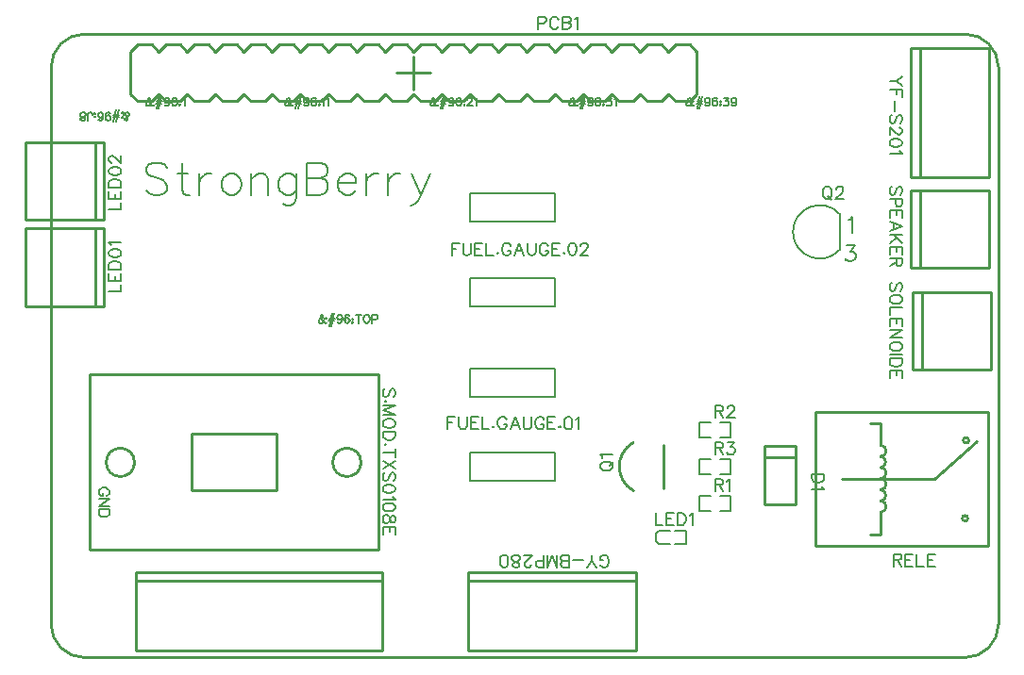
<source format=gto>
G04 Layer: TopSilkLayer*
G04 EasyEDA v6.4.25, 2021-11-05T10:47:30--3:00*
G04 159a448e8e33406d94cad16c6973356b,c2117e28123c44379a42240d4d7dbbcc,10*
G04 Gerber Generator version 0.2*
G04 Scale: 100 percent, Rotated: No, Reflected: No *
G04 Dimensions in millimeters *
G04 leading zeros omitted , absolute positions ,4 integer and 5 decimal *
%FSLAX45Y45*%
%MOMM*%

%ADD10C,0.2540*%
%ADD28C,0.2032*%
%ADD29C,0.2030*%
%ADD30C,0.1499*%
%ADD31C,0.1524*%
%ADD32C,0.2007*%

%LPD*%
D28*
X2883408Y3741673D02*
G01*
X2855975Y3768852D01*
X2815081Y3782568D01*
X2760472Y3782568D01*
X2719577Y3768852D01*
X2692400Y3741673D01*
X2692400Y3714242D01*
X2706115Y3687063D01*
X2719577Y3673347D01*
X2747009Y3659886D01*
X2828797Y3632454D01*
X2855975Y3618992D01*
X2869691Y3605276D01*
X2883408Y3578097D01*
X2883408Y3536950D01*
X2855975Y3509771D01*
X2815081Y3496055D01*
X2760472Y3496055D01*
X2719577Y3509771D01*
X2692400Y3536950D01*
X3014218Y3782568D02*
G01*
X3014218Y3550665D01*
X3027934Y3509771D01*
X3055111Y3496055D01*
X3082290Y3496055D01*
X2973324Y3687063D02*
G01*
X3068827Y3687063D01*
X3172459Y3687063D02*
G01*
X3172459Y3496055D01*
X3172459Y3605276D02*
G01*
X3185922Y3646170D01*
X3213354Y3673347D01*
X3240531Y3687063D01*
X3281425Y3687063D01*
X3439668Y3687063D02*
G01*
X3412490Y3673347D01*
X3385058Y3646170D01*
X3371595Y3605276D01*
X3371595Y3578097D01*
X3385058Y3536950D01*
X3412490Y3509771D01*
X3439668Y3496055D01*
X3480561Y3496055D01*
X3507740Y3509771D01*
X3535172Y3536950D01*
X3548888Y3578097D01*
X3548888Y3605276D01*
X3535172Y3646170D01*
X3507740Y3673347D01*
X3480561Y3687063D01*
X3439668Y3687063D01*
X3638804Y3687063D02*
G01*
X3638804Y3496055D01*
X3638804Y3632454D02*
G01*
X3679697Y3673347D01*
X3706875Y3687063D01*
X3747770Y3687063D01*
X3775202Y3673347D01*
X3788663Y3632454D01*
X3788663Y3496055D01*
X4042409Y3687063D02*
G01*
X4042409Y3468878D01*
X4028693Y3427984D01*
X4015231Y3414268D01*
X3987800Y3400805D01*
X3946906Y3400805D01*
X3919727Y3414268D01*
X4042409Y3646170D02*
G01*
X4015231Y3673347D01*
X3987800Y3687063D01*
X3946906Y3687063D01*
X3919727Y3673347D01*
X3892295Y3646170D01*
X3878834Y3605276D01*
X3878834Y3578097D01*
X3892295Y3536950D01*
X3919727Y3509771D01*
X3946906Y3496055D01*
X3987800Y3496055D01*
X4015231Y3509771D01*
X4042409Y3536950D01*
X4132325Y3782568D02*
G01*
X4132325Y3496055D01*
X4132325Y3782568D02*
G01*
X4255008Y3782568D01*
X4296156Y3768852D01*
X4309618Y3755136D01*
X4323334Y3727957D01*
X4323334Y3700779D01*
X4309618Y3673347D01*
X4296156Y3659886D01*
X4255008Y3646170D01*
X4132325Y3646170D02*
G01*
X4255008Y3646170D01*
X4296156Y3632454D01*
X4309618Y3618992D01*
X4323334Y3591560D01*
X4323334Y3550665D01*
X4309618Y3523487D01*
X4296156Y3509771D01*
X4255008Y3496055D01*
X4132325Y3496055D01*
X4413250Y3605276D02*
G01*
X4576825Y3605276D01*
X4576825Y3632454D01*
X4563363Y3659886D01*
X4549647Y3673347D01*
X4522470Y3687063D01*
X4481575Y3687063D01*
X4454143Y3673347D01*
X4426965Y3646170D01*
X4413250Y3605276D01*
X4413250Y3578097D01*
X4426965Y3536950D01*
X4454143Y3509771D01*
X4481575Y3496055D01*
X4522470Y3496055D01*
X4549647Y3509771D01*
X4576825Y3536950D01*
X4666995Y3687063D02*
G01*
X4666995Y3496055D01*
X4666995Y3605276D02*
G01*
X4680458Y3646170D01*
X4707890Y3673347D01*
X4735068Y3687063D01*
X4775961Y3687063D01*
X4866131Y3687063D02*
G01*
X4866131Y3496055D01*
X4866131Y3605276D02*
G01*
X4879593Y3646170D01*
X4907025Y3673347D01*
X4934204Y3687063D01*
X4975097Y3687063D01*
X5078729Y3687063D02*
G01*
X5160518Y3496055D01*
X5242306Y3687063D02*
G01*
X5160518Y3496055D01*
X5133340Y3441700D01*
X5106161Y3414268D01*
X5078729Y3400805D01*
X5065013Y3400805D01*
D31*
X8776715Y984250D02*
G01*
X8667750Y984250D01*
X8776715Y984250D02*
G01*
X8776715Y947928D01*
X8771636Y932179D01*
X8761222Y922020D01*
X8750808Y916686D01*
X8735059Y911605D01*
X8709152Y911605D01*
X8693658Y916686D01*
X8683243Y922020D01*
X8672829Y932179D01*
X8667750Y947928D01*
X8667750Y984250D01*
X8755888Y877315D02*
G01*
X8761222Y866902D01*
X8776715Y851154D01*
X8667750Y851154D01*
X5397500Y1499615D02*
G01*
X5397500Y1390650D01*
X5397500Y1499615D02*
G01*
X5465063Y1499615D01*
X5397500Y1447800D02*
G01*
X5439156Y1447800D01*
X5499354Y1499615D02*
G01*
X5499354Y1421637D01*
X5504434Y1406144D01*
X5514847Y1395729D01*
X5530595Y1390650D01*
X5541009Y1390650D01*
X5556504Y1395729D01*
X5566918Y1406144D01*
X5571997Y1421637D01*
X5571997Y1499615D01*
X5606288Y1499615D02*
G01*
X5606288Y1390650D01*
X5606288Y1499615D02*
G01*
X5673852Y1499615D01*
X5606288Y1447800D02*
G01*
X5647943Y1447800D01*
X5606288Y1390650D02*
G01*
X5673852Y1390650D01*
X5708141Y1499615D02*
G01*
X5708141Y1390650D01*
X5708141Y1390650D02*
G01*
X5770625Y1390650D01*
X5809995Y1416557D02*
G01*
X5804915Y1411223D01*
X5809995Y1406144D01*
X5815329Y1411223D01*
X5809995Y1416557D01*
X5927343Y1473707D02*
G01*
X5922263Y1484121D01*
X5911850Y1494536D01*
X5901436Y1499615D01*
X5880608Y1499615D01*
X5870193Y1494536D01*
X5859779Y1484121D01*
X5854700Y1473707D01*
X5849620Y1457960D01*
X5849620Y1432052D01*
X5854700Y1416557D01*
X5859779Y1406144D01*
X5870193Y1395729D01*
X5880608Y1390650D01*
X5901436Y1390650D01*
X5911850Y1395729D01*
X5922263Y1406144D01*
X5927343Y1416557D01*
X5927343Y1432052D01*
X5901436Y1432052D02*
G01*
X5927343Y1432052D01*
X6003290Y1499615D02*
G01*
X5961634Y1390650D01*
X6003290Y1499615D02*
G01*
X6044945Y1390650D01*
X5977381Y1426971D02*
G01*
X6029197Y1426971D01*
X6079236Y1499615D02*
G01*
X6079236Y1421637D01*
X6084315Y1406144D01*
X6094729Y1395729D01*
X6110224Y1390650D01*
X6120638Y1390650D01*
X6136386Y1395729D01*
X6146800Y1406144D01*
X6151879Y1421637D01*
X6151879Y1499615D01*
X6264147Y1473707D02*
G01*
X6258813Y1484121D01*
X6248400Y1494536D01*
X6238240Y1499615D01*
X6217411Y1499615D01*
X6206997Y1494536D01*
X6196584Y1484121D01*
X6191250Y1473707D01*
X6186170Y1457960D01*
X6186170Y1432052D01*
X6191250Y1416557D01*
X6196584Y1406144D01*
X6206997Y1395729D01*
X6217411Y1390650D01*
X6238240Y1390650D01*
X6248400Y1395729D01*
X6258813Y1406144D01*
X6264147Y1416557D01*
X6264147Y1432052D01*
X6238240Y1432052D02*
G01*
X6264147Y1432052D01*
X6298438Y1499615D02*
G01*
X6298438Y1390650D01*
X6298438Y1499615D02*
G01*
X6366002Y1499615D01*
X6298438Y1447800D02*
G01*
X6339840Y1447800D01*
X6298438Y1390650D02*
G01*
X6366002Y1390650D01*
X6405372Y1416557D02*
G01*
X6400291Y1411223D01*
X6405372Y1406144D01*
X6410706Y1411223D01*
X6405372Y1416557D01*
X6475984Y1499615D02*
G01*
X6460490Y1494536D01*
X6450075Y1478787D01*
X6444995Y1452879D01*
X6444995Y1437386D01*
X6450075Y1411223D01*
X6460490Y1395729D01*
X6475984Y1390650D01*
X6486397Y1390650D01*
X6502145Y1395729D01*
X6512559Y1411223D01*
X6517640Y1437386D01*
X6517640Y1452879D01*
X6512559Y1478787D01*
X6502145Y1494536D01*
X6486397Y1499615D01*
X6475984Y1499615D01*
X6551929Y1478787D02*
G01*
X6562343Y1484121D01*
X6577838Y1499615D01*
X6577838Y1390650D01*
X5435600Y3061715D02*
G01*
X5435600Y2952750D01*
X5435600Y3061715D02*
G01*
X5503163Y3061715D01*
X5435600Y3009900D02*
G01*
X5477256Y3009900D01*
X5537454Y3061715D02*
G01*
X5537454Y2983737D01*
X5542534Y2968244D01*
X5552947Y2957829D01*
X5568695Y2952750D01*
X5579109Y2952750D01*
X5594604Y2957829D01*
X5605018Y2968244D01*
X5610097Y2983737D01*
X5610097Y3061715D01*
X5644388Y3061715D02*
G01*
X5644388Y2952750D01*
X5644388Y3061715D02*
G01*
X5711952Y3061715D01*
X5644388Y3009900D02*
G01*
X5686043Y3009900D01*
X5644388Y2952750D02*
G01*
X5711952Y2952750D01*
X5746241Y3061715D02*
G01*
X5746241Y2952750D01*
X5746241Y2952750D02*
G01*
X5808725Y2952750D01*
X5848095Y2978657D02*
G01*
X5843015Y2973323D01*
X5848095Y2968244D01*
X5853429Y2973323D01*
X5848095Y2978657D01*
X5965443Y3035807D02*
G01*
X5960363Y3046221D01*
X5949950Y3056636D01*
X5939536Y3061715D01*
X5918708Y3061715D01*
X5908293Y3056636D01*
X5897879Y3046221D01*
X5892800Y3035807D01*
X5887720Y3020060D01*
X5887720Y2994152D01*
X5892800Y2978657D01*
X5897879Y2968244D01*
X5908293Y2957829D01*
X5918708Y2952750D01*
X5939536Y2952750D01*
X5949950Y2957829D01*
X5960363Y2968244D01*
X5965443Y2978657D01*
X5965443Y2994152D01*
X5939536Y2994152D02*
G01*
X5965443Y2994152D01*
X6041390Y3061715D02*
G01*
X5999734Y2952750D01*
X6041390Y3061715D02*
G01*
X6083045Y2952750D01*
X6015481Y2989071D02*
G01*
X6067297Y2989071D01*
X6117336Y3061715D02*
G01*
X6117336Y2983737D01*
X6122415Y2968244D01*
X6132829Y2957829D01*
X6148324Y2952750D01*
X6158738Y2952750D01*
X6174486Y2957829D01*
X6184900Y2968244D01*
X6189979Y2983737D01*
X6189979Y3061715D01*
X6302247Y3035807D02*
G01*
X6296913Y3046221D01*
X6286500Y3056636D01*
X6276340Y3061715D01*
X6255511Y3061715D01*
X6245097Y3056636D01*
X6234684Y3046221D01*
X6229350Y3035807D01*
X6224270Y3020060D01*
X6224270Y2994152D01*
X6229350Y2978657D01*
X6234684Y2968244D01*
X6245097Y2957829D01*
X6255511Y2952750D01*
X6276340Y2952750D01*
X6286500Y2957829D01*
X6296913Y2968244D01*
X6302247Y2978657D01*
X6302247Y2994152D01*
X6276340Y2994152D02*
G01*
X6302247Y2994152D01*
X6336538Y3061715D02*
G01*
X6336538Y2952750D01*
X6336538Y3061715D02*
G01*
X6404102Y3061715D01*
X6336538Y3009900D02*
G01*
X6377940Y3009900D01*
X6336538Y2952750D02*
G01*
X6404102Y2952750D01*
X6443472Y2978657D02*
G01*
X6438391Y2973323D01*
X6443472Y2968244D01*
X6448806Y2973323D01*
X6443472Y2978657D01*
X6514084Y3061715D02*
G01*
X6498590Y3056636D01*
X6488175Y3040887D01*
X6483095Y3014979D01*
X6483095Y2999486D01*
X6488175Y2973323D01*
X6498590Y2957829D01*
X6514084Y2952750D01*
X6524497Y2952750D01*
X6540245Y2957829D01*
X6550659Y2973323D01*
X6555740Y2999486D01*
X6555740Y3014979D01*
X6550659Y3040887D01*
X6540245Y3056636D01*
X6524497Y3061715D01*
X6514084Y3061715D01*
X6595109Y3035807D02*
G01*
X6595109Y3040887D01*
X6600443Y3051302D01*
X6605524Y3056636D01*
X6615938Y3061715D01*
X6636765Y3061715D01*
X6647179Y3056636D01*
X6652259Y3051302D01*
X6657593Y3040887D01*
X6657593Y3030473D01*
X6652259Y3020060D01*
X6642100Y3004565D01*
X6590029Y2952750D01*
X6662674Y2952750D01*
X6767322Y177292D02*
G01*
X6772656Y166878D01*
X6783070Y156463D01*
X6793229Y151384D01*
X6814058Y151384D01*
X6824472Y156463D01*
X6834886Y166878D01*
X6840220Y177292D01*
X6845300Y193039D01*
X6845300Y218947D01*
X6840220Y234442D01*
X6834886Y244855D01*
X6824472Y255270D01*
X6814058Y260350D01*
X6793229Y260350D01*
X6783070Y255270D01*
X6772656Y244855D01*
X6767322Y234442D01*
X6767322Y218947D01*
X6793229Y218947D02*
G01*
X6767322Y218947D01*
X6733031Y151384D02*
G01*
X6691629Y203200D01*
X6691629Y260350D01*
X6649974Y151384D02*
G01*
X6691629Y203200D01*
X6615684Y213613D02*
G01*
X6522211Y213613D01*
X6487922Y151384D02*
G01*
X6487922Y260350D01*
X6487922Y151384D02*
G01*
X6441186Y151384D01*
X6425438Y156463D01*
X6420358Y161797D01*
X6415024Y172212D01*
X6415024Y182626D01*
X6420358Y193039D01*
X6425438Y198120D01*
X6441186Y203200D01*
X6487922Y203200D02*
G01*
X6441186Y203200D01*
X6425438Y208534D01*
X6420358Y213613D01*
X6415024Y224028D01*
X6415024Y239776D01*
X6420358Y250189D01*
X6425438Y255270D01*
X6441186Y260350D01*
X6487922Y260350D01*
X6380734Y151384D02*
G01*
X6380734Y260350D01*
X6380734Y151384D02*
G01*
X6339331Y260350D01*
X6297675Y151384D02*
G01*
X6339331Y260350D01*
X6297675Y151384D02*
G01*
X6297675Y260350D01*
X6263386Y151384D02*
G01*
X6263386Y260350D01*
X6263386Y151384D02*
G01*
X6216650Y151384D01*
X6201156Y156463D01*
X6195822Y161797D01*
X6190741Y172212D01*
X6190741Y187705D01*
X6195822Y198120D01*
X6201156Y203200D01*
X6216650Y208534D01*
X6263386Y208534D01*
X6151118Y177292D02*
G01*
X6151118Y172212D01*
X6146038Y161797D01*
X6140704Y156463D01*
X6130290Y151384D01*
X6109715Y151384D01*
X6099302Y156463D01*
X6093968Y161797D01*
X6088888Y172212D01*
X6088888Y182626D01*
X6093968Y193039D01*
X6104381Y208534D01*
X6156452Y260350D01*
X6083554Y260350D01*
X6023356Y151384D02*
G01*
X6038850Y156463D01*
X6044184Y166878D01*
X6044184Y177292D01*
X6038850Y187705D01*
X6028690Y193039D01*
X6007861Y198120D01*
X5992113Y203200D01*
X5981700Y213613D01*
X5976620Y224028D01*
X5976620Y239776D01*
X5981700Y250189D01*
X5987034Y255270D01*
X6002527Y260350D01*
X6023356Y260350D01*
X6038850Y255270D01*
X6044184Y250189D01*
X6049263Y239776D01*
X6049263Y224028D01*
X6044184Y213613D01*
X6033770Y203200D01*
X6018275Y198120D01*
X5997447Y193039D01*
X5987034Y187705D01*
X5981700Y177292D01*
X5981700Y166878D01*
X5987034Y156463D01*
X6002527Y151384D01*
X6023356Y151384D01*
X5911088Y151384D02*
G01*
X5926836Y156463D01*
X5937250Y172212D01*
X5942329Y198120D01*
X5942329Y213613D01*
X5937250Y239776D01*
X5926836Y255270D01*
X5911088Y260350D01*
X5900674Y260350D01*
X5885179Y255270D01*
X5874765Y239776D01*
X5869686Y213613D01*
X5869686Y198120D01*
X5874765Y172212D01*
X5885179Y156463D01*
X5900674Y151384D01*
X5911088Y151384D01*
X9475215Y4559300D02*
G01*
X9423400Y4517644D01*
X9366250Y4517644D01*
X9475215Y4476242D02*
G01*
X9423400Y4517644D01*
X9475215Y4441952D02*
G01*
X9366250Y4441952D01*
X9475215Y4441952D02*
G01*
X9475215Y4374387D01*
X9423400Y4441952D02*
G01*
X9423400Y4400295D01*
X9412986Y4340097D02*
G01*
X9412986Y4246626D01*
X9459722Y4139437D02*
G01*
X9470136Y4149852D01*
X9475215Y4165600D01*
X9475215Y4186173D01*
X9470136Y4201921D01*
X9459722Y4212336D01*
X9449308Y4212336D01*
X9438893Y4207002D01*
X9433559Y4201921D01*
X9428479Y4191507D01*
X9418065Y4160265D01*
X9412986Y4149852D01*
X9407652Y4144771D01*
X9397238Y4139437D01*
X9381743Y4139437D01*
X9371329Y4149852D01*
X9366250Y4165600D01*
X9366250Y4186173D01*
X9371329Y4201921D01*
X9381743Y4212336D01*
X9449308Y4100068D02*
G01*
X9454388Y4100068D01*
X9464802Y4094734D01*
X9470136Y4089654D01*
X9475215Y4079239D01*
X9475215Y4058412D01*
X9470136Y4047997D01*
X9464802Y4042918D01*
X9454388Y4037584D01*
X9443974Y4037584D01*
X9433559Y4042918D01*
X9418065Y4053331D01*
X9366250Y4105147D01*
X9366250Y4032504D01*
X9475215Y3966971D02*
G01*
X9470136Y3982720D01*
X9454388Y3992879D01*
X9428479Y3998213D01*
X9412986Y3998213D01*
X9386824Y3992879D01*
X9371329Y3982720D01*
X9366250Y3966971D01*
X9366250Y3956557D01*
X9371329Y3941063D01*
X9386824Y3930650D01*
X9412986Y3925570D01*
X9428479Y3925570D01*
X9454388Y3930650D01*
X9470136Y3941063D01*
X9475215Y3956557D01*
X9475215Y3966971D01*
X9454388Y3891279D02*
G01*
X9459722Y3880865D01*
X9475215Y3865118D01*
X9366250Y3865118D01*
X9459722Y3496055D02*
G01*
X9470136Y3506470D01*
X9475215Y3521963D01*
X9475215Y3542792D01*
X9470136Y3558286D01*
X9459722Y3568700D01*
X9449308Y3568700D01*
X9438893Y3563620D01*
X9433559Y3558286D01*
X9428479Y3547871D01*
X9418065Y3516629D01*
X9412986Y3506470D01*
X9407652Y3501136D01*
X9397238Y3496055D01*
X9381743Y3496055D01*
X9371329Y3506470D01*
X9366250Y3521963D01*
X9366250Y3542792D01*
X9371329Y3558286D01*
X9381743Y3568700D01*
X9475215Y3461765D02*
G01*
X9366250Y3461765D01*
X9475215Y3461765D02*
G01*
X9475215Y3415029D01*
X9470136Y3399281D01*
X9464802Y3394202D01*
X9454388Y3388868D01*
X9438893Y3388868D01*
X9428479Y3394202D01*
X9423400Y3399281D01*
X9418065Y3415029D01*
X9418065Y3461765D01*
X9475215Y3354578D02*
G01*
X9366250Y3354578D01*
X9475215Y3354578D02*
G01*
X9475215Y3287013D01*
X9423400Y3354578D02*
G01*
X9423400Y3313176D01*
X9366250Y3354578D02*
G01*
X9366250Y3287013D01*
X9475215Y3211321D02*
G01*
X9366250Y3252723D01*
X9475215Y3211321D02*
G01*
X9366250Y3169665D01*
X9402572Y3237229D02*
G01*
X9402572Y3185160D01*
X9475215Y3135376D02*
G01*
X9366250Y3135376D01*
X9475215Y3062731D02*
G01*
X9402572Y3135376D01*
X9428479Y3109468D02*
G01*
X9366250Y3062731D01*
X9475215Y3028442D02*
G01*
X9366250Y3028442D01*
X9475215Y3028442D02*
G01*
X9475215Y2960878D01*
X9423400Y3028442D02*
G01*
X9423400Y2986786D01*
X9366250Y3028442D02*
G01*
X9366250Y2960878D01*
X9475215Y2926587D02*
G01*
X9366250Y2926587D01*
X9475215Y2926587D02*
G01*
X9475215Y2879852D01*
X9470136Y2864104D01*
X9464802Y2859023D01*
X9454388Y2853689D01*
X9443974Y2853689D01*
X9433559Y2859023D01*
X9428479Y2864104D01*
X9423400Y2879852D01*
X9423400Y2926587D01*
X9423400Y2890265D02*
G01*
X9366250Y2853689D01*
X9459722Y2632455D02*
G01*
X9470136Y2642870D01*
X9475215Y2658363D01*
X9475215Y2679192D01*
X9470136Y2694686D01*
X9459722Y2705100D01*
X9449308Y2705100D01*
X9438893Y2700020D01*
X9433559Y2694686D01*
X9428479Y2684271D01*
X9418065Y2653029D01*
X9412986Y2642870D01*
X9407652Y2637536D01*
X9397238Y2632455D01*
X9381743Y2632455D01*
X9371329Y2642870D01*
X9366250Y2658363D01*
X9366250Y2679192D01*
X9371329Y2694686D01*
X9381743Y2705100D01*
X9475215Y2566923D02*
G01*
X9470136Y2577337D01*
X9459722Y2587752D01*
X9449308Y2592831D01*
X9433559Y2598165D01*
X9407652Y2598165D01*
X9392158Y2592831D01*
X9381743Y2587752D01*
X9371329Y2577337D01*
X9366250Y2566923D01*
X9366250Y2546095D01*
X9371329Y2535681D01*
X9381743Y2525268D01*
X9392158Y2520187D01*
X9407652Y2514854D01*
X9433559Y2514854D01*
X9449308Y2520187D01*
X9459722Y2525268D01*
X9470136Y2535681D01*
X9475215Y2546095D01*
X9475215Y2566923D01*
X9475215Y2480563D02*
G01*
X9366250Y2480563D01*
X9366250Y2480563D02*
G01*
X9366250Y2418334D01*
X9475215Y2384044D02*
G01*
X9366250Y2384044D01*
X9475215Y2384044D02*
G01*
X9475215Y2316479D01*
X9423400Y2384044D02*
G01*
X9423400Y2342387D01*
X9366250Y2384044D02*
G01*
X9366250Y2316479D01*
X9475215Y2282189D02*
G01*
X9366250Y2282189D01*
X9475215Y2282189D02*
G01*
X9366250Y2209545D01*
X9475215Y2209545D02*
G01*
X9366250Y2209545D01*
X9475215Y2144013D02*
G01*
X9470136Y2154428D01*
X9459722Y2164842D01*
X9449308Y2169921D01*
X9433559Y2175255D01*
X9407652Y2175255D01*
X9392158Y2169921D01*
X9381743Y2164842D01*
X9371329Y2154428D01*
X9366250Y2144013D01*
X9366250Y2123186D01*
X9371329Y2112771D01*
X9381743Y2102357D01*
X9392158Y2097278D01*
X9407652Y2091944D01*
X9433559Y2091944D01*
X9449308Y2097278D01*
X9459722Y2102357D01*
X9470136Y2112771D01*
X9475215Y2123186D01*
X9475215Y2144013D01*
X9475215Y2057654D02*
G01*
X9366250Y2057654D01*
X9475215Y2023363D02*
G01*
X9366250Y2023363D01*
X9475215Y2023363D02*
G01*
X9475215Y1987042D01*
X9470136Y1971547D01*
X9459722Y1961134D01*
X9449308Y1955800D01*
X9433559Y1950720D01*
X9407652Y1950720D01*
X9392158Y1955800D01*
X9381743Y1961134D01*
X9371329Y1971547D01*
X9366250Y1987042D01*
X9366250Y2023363D01*
X9475215Y1916429D02*
G01*
X9366250Y1916429D01*
X9475215Y1916429D02*
G01*
X9475215Y1848865D01*
X9423400Y1916429D02*
G01*
X9423400Y1874773D01*
X9366250Y1916429D02*
G01*
X9366250Y1848865D01*
X2361184Y3365500D02*
G01*
X2470150Y3365500D01*
X2470150Y3365500D02*
G01*
X2470150Y3427729D01*
X2361184Y3462020D02*
G01*
X2470150Y3462020D01*
X2361184Y3462020D02*
G01*
X2361184Y3529584D01*
X2413000Y3462020D02*
G01*
X2413000Y3503676D01*
X2470150Y3462020D02*
G01*
X2470150Y3529584D01*
X2361184Y3563873D02*
G01*
X2470150Y3563873D01*
X2361184Y3563873D02*
G01*
X2361184Y3600450D01*
X2366263Y3615944D01*
X2376677Y3626357D01*
X2387091Y3631437D01*
X2402840Y3636771D01*
X2428747Y3636771D01*
X2444241Y3631437D01*
X2454656Y3626357D01*
X2465070Y3615944D01*
X2470150Y3600450D01*
X2470150Y3563873D01*
X2361184Y3702050D02*
G01*
X2366263Y3686555D01*
X2382011Y3676142D01*
X2407920Y3671062D01*
X2423413Y3671062D01*
X2449575Y3676142D01*
X2465070Y3686555D01*
X2470150Y3702050D01*
X2470150Y3712463D01*
X2465070Y3728212D01*
X2449575Y3738626D01*
X2423413Y3743705D01*
X2407920Y3743705D01*
X2382011Y3738626D01*
X2366263Y3728212D01*
X2361184Y3712463D01*
X2361184Y3702050D01*
X2387091Y3783329D02*
G01*
X2382011Y3783329D01*
X2371597Y3788410D01*
X2366263Y3793489D01*
X2361184Y3803904D01*
X2361184Y3824731D01*
X2366263Y3835145D01*
X2371597Y3840479D01*
X2382011Y3845560D01*
X2392425Y3845560D01*
X2402840Y3840479D01*
X2418334Y3830065D01*
X2470150Y3777995D01*
X2470150Y3850639D01*
X2361184Y2628900D02*
G01*
X2470150Y2628900D01*
X2470150Y2628900D02*
G01*
X2470150Y2691129D01*
X2361184Y2725420D02*
G01*
X2470150Y2725420D01*
X2361184Y2725420D02*
G01*
X2361184Y2792984D01*
X2413000Y2725420D02*
G01*
X2413000Y2767076D01*
X2470150Y2725420D02*
G01*
X2470150Y2792984D01*
X2361184Y2827273D02*
G01*
X2470150Y2827273D01*
X2361184Y2827273D02*
G01*
X2361184Y2863850D01*
X2366263Y2879344D01*
X2376677Y2889757D01*
X2387091Y2894837D01*
X2402840Y2900171D01*
X2428747Y2900171D01*
X2444241Y2894837D01*
X2454656Y2889757D01*
X2465070Y2879344D01*
X2470150Y2863850D01*
X2470150Y2827273D01*
X2361184Y2965450D02*
G01*
X2366263Y2949955D01*
X2382011Y2939542D01*
X2407920Y2934462D01*
X2423413Y2934462D01*
X2449575Y2939542D01*
X2465070Y2949955D01*
X2470150Y2965450D01*
X2470150Y2975863D01*
X2465070Y2991612D01*
X2449575Y3002026D01*
X2423413Y3007105D01*
X2407920Y3007105D01*
X2382011Y3002026D01*
X2366263Y2991612D01*
X2361184Y2975863D01*
X2361184Y2965450D01*
X2382011Y3041395D02*
G01*
X2376677Y3051810D01*
X2361184Y3067304D01*
X2470150Y3067304D01*
X9398000Y267715D02*
G01*
X9398000Y158750D01*
X9398000Y267715D02*
G01*
X9444736Y267715D01*
X9460229Y262636D01*
X9465563Y257302D01*
X9470643Y246887D01*
X9470643Y236473D01*
X9465563Y226060D01*
X9460229Y220979D01*
X9444736Y215900D01*
X9398000Y215900D01*
X9434322Y215900D02*
G01*
X9470643Y158750D01*
X9504934Y267715D02*
G01*
X9504934Y158750D01*
X9504934Y267715D02*
G01*
X9572497Y267715D01*
X9504934Y215900D02*
G01*
X9546590Y215900D01*
X9504934Y158750D02*
G01*
X9572497Y158750D01*
X9606788Y267715D02*
G01*
X9606788Y158750D01*
X9606788Y158750D02*
G01*
X9669272Y158750D01*
X9703561Y267715D02*
G01*
X9703561Y158750D01*
X9703561Y267715D02*
G01*
X9771125Y267715D01*
X9703561Y215900D02*
G01*
X9744963Y215900D01*
X9703561Y158750D02*
G01*
X9771125Y158750D01*
X7264400Y636015D02*
G01*
X7264400Y527050D01*
X7264400Y527050D02*
G01*
X7326629Y527050D01*
X7360920Y636015D02*
G01*
X7360920Y527050D01*
X7360920Y636015D02*
G01*
X7428484Y636015D01*
X7360920Y584200D02*
G01*
X7402575Y584200D01*
X7360920Y527050D02*
G01*
X7428484Y527050D01*
X7462774Y636015D02*
G01*
X7462774Y527050D01*
X7462774Y636015D02*
G01*
X7499350Y636015D01*
X7514843Y630936D01*
X7525258Y620521D01*
X7530338Y610107D01*
X7535672Y594360D01*
X7535672Y568452D01*
X7530338Y552957D01*
X7525258Y542544D01*
X7514843Y532129D01*
X7499350Y527050D01*
X7462774Y527050D01*
X7569961Y615187D02*
G01*
X7580375Y620521D01*
X7595870Y636015D01*
X7595870Y527050D01*
X4913122Y1679955D02*
G01*
X4923536Y1690370D01*
X4928615Y1705863D01*
X4928615Y1726692D01*
X4923536Y1742186D01*
X4913122Y1752600D01*
X4902708Y1752600D01*
X4892293Y1747520D01*
X4886959Y1742186D01*
X4881879Y1731771D01*
X4871465Y1700529D01*
X4866386Y1690370D01*
X4861052Y1685036D01*
X4850638Y1679955D01*
X4835143Y1679955D01*
X4824729Y1690370D01*
X4819650Y1705863D01*
X4819650Y1726692D01*
X4824729Y1742186D01*
X4835143Y1752600D01*
X4845558Y1640331D02*
G01*
X4840224Y1645665D01*
X4835143Y1640331D01*
X4840224Y1635252D01*
X4845558Y1640331D01*
X4928615Y1600962D02*
G01*
X4819650Y1600962D01*
X4928615Y1600962D02*
G01*
X4819650Y1559305D01*
X4928615Y1517650D02*
G01*
X4819650Y1559305D01*
X4928615Y1517650D02*
G01*
X4819650Y1517650D01*
X4928615Y1452371D02*
G01*
X4923536Y1462786D01*
X4913122Y1473200D01*
X4902708Y1478279D01*
X4886959Y1483360D01*
X4861052Y1483360D01*
X4845558Y1478279D01*
X4835143Y1473200D01*
X4824729Y1462786D01*
X4819650Y1452371D01*
X4819650Y1431544D01*
X4824729Y1421129D01*
X4835143Y1410715D01*
X4845558Y1405636D01*
X4861052Y1400302D01*
X4886959Y1400302D01*
X4902708Y1405636D01*
X4913122Y1410715D01*
X4923536Y1421129D01*
X4928615Y1431544D01*
X4928615Y1452371D01*
X4928615Y1366012D02*
G01*
X4819650Y1366012D01*
X4928615Y1366012D02*
G01*
X4928615Y1329689D01*
X4923536Y1314195D01*
X4913122Y1303781D01*
X4902708Y1298447D01*
X4886959Y1293368D01*
X4861052Y1293368D01*
X4845558Y1298447D01*
X4835143Y1303781D01*
X4824729Y1314195D01*
X4819650Y1329689D01*
X4819650Y1366012D01*
X4845558Y1253744D02*
G01*
X4840224Y1259078D01*
X4835143Y1253744D01*
X4840224Y1248663D01*
X4845558Y1253744D01*
X4928615Y1178052D02*
G01*
X4819650Y1178052D01*
X4928615Y1214373D02*
G01*
X4928615Y1141729D01*
X4928615Y1107439D02*
G01*
X4819650Y1034542D01*
X4928615Y1034542D02*
G01*
X4819650Y1107439D01*
X4913122Y927607D02*
G01*
X4923536Y938021D01*
X4928615Y953515D01*
X4928615Y974344D01*
X4923536Y989837D01*
X4913122Y1000252D01*
X4902708Y1000252D01*
X4892293Y995171D01*
X4886959Y989837D01*
X4881879Y979423D01*
X4871465Y948436D01*
X4866386Y938021D01*
X4861052Y932687D01*
X4850638Y927607D01*
X4835143Y927607D01*
X4824729Y938021D01*
X4819650Y953515D01*
X4819650Y974344D01*
X4824729Y989837D01*
X4835143Y1000252D01*
X4928615Y862076D02*
G01*
X4923536Y877570D01*
X4907788Y887984D01*
X4881879Y893318D01*
X4866386Y893318D01*
X4840224Y887984D01*
X4824729Y877570D01*
X4819650Y862076D01*
X4819650Y851662D01*
X4824729Y836168D01*
X4840224Y825754D01*
X4866386Y820420D01*
X4881879Y820420D01*
X4907788Y825754D01*
X4923536Y836168D01*
X4928615Y851662D01*
X4928615Y862076D01*
X4907788Y786129D02*
G01*
X4913122Y775970D01*
X4928615Y760221D01*
X4819650Y760221D01*
X4928615Y694689D02*
G01*
X4923536Y710437D01*
X4907788Y720852D01*
X4881879Y725931D01*
X4866386Y725931D01*
X4840224Y720852D01*
X4824729Y710437D01*
X4819650Y694689D01*
X4819650Y684529D01*
X4824729Y668781D01*
X4840224Y658368D01*
X4866386Y653287D01*
X4881879Y653287D01*
X4907788Y658368D01*
X4923536Y668781D01*
X4928615Y684529D01*
X4928615Y694689D01*
X4928615Y593089D02*
G01*
X4923536Y608584D01*
X4913122Y613663D01*
X4902708Y613663D01*
X4892293Y608584D01*
X4886959Y598170D01*
X4881879Y577342D01*
X4876800Y561847D01*
X4866386Y551434D01*
X4855972Y546100D01*
X4840224Y546100D01*
X4829809Y551434D01*
X4824729Y556513D01*
X4819650Y572262D01*
X4819650Y593089D01*
X4824729Y608584D01*
X4829809Y613663D01*
X4840224Y618997D01*
X4855972Y618997D01*
X4866386Y613663D01*
X4876800Y603250D01*
X4881879Y587755D01*
X4886959Y566928D01*
X4892293Y556513D01*
X4902708Y551434D01*
X4913122Y551434D01*
X4923536Y556513D01*
X4928615Y572262D01*
X4928615Y593089D01*
X4928615Y511810D02*
G01*
X4819650Y511810D01*
X4928615Y511810D02*
G01*
X4928615Y444500D01*
X4876800Y511810D02*
G01*
X4876800Y470407D01*
X4819650Y511810D02*
G01*
X4819650Y444500D01*
D28*
X2343658Y794257D02*
G01*
X2353056Y798829D01*
X2362200Y808228D01*
X2366772Y817371D01*
X2366772Y835913D01*
X2362200Y845057D01*
X2353056Y854455D01*
X2343658Y859028D01*
X2329941Y863600D01*
X2306827Y863600D01*
X2292858Y859028D01*
X2283713Y854455D01*
X2274570Y845057D01*
X2269743Y835913D01*
X2269743Y817371D01*
X2274570Y808228D01*
X2283713Y798829D01*
X2292858Y794257D01*
X2306827Y794257D01*
X2306827Y817371D02*
G01*
X2306827Y794257D01*
X2366772Y763778D02*
G01*
X2269743Y763778D01*
X2366772Y763778D02*
G01*
X2269743Y699262D01*
X2366772Y699262D02*
G01*
X2269743Y699262D01*
X2366772Y668781D02*
G01*
X2269743Y668781D01*
X2366772Y668781D02*
G01*
X2366772Y636270D01*
X2362200Y622554D01*
X2353056Y613410D01*
X2343658Y608584D01*
X2329941Y604012D01*
X2306827Y604012D01*
X2292858Y608584D01*
X2283713Y613410D01*
X2274570Y622554D01*
X2269743Y636270D01*
X2269743Y668781D01*
D31*
X6210300Y5093715D02*
G01*
X6210300Y4984750D01*
X6210300Y5093715D02*
G01*
X6257036Y5093715D01*
X6272529Y5088636D01*
X6277863Y5083302D01*
X6282943Y5072887D01*
X6282943Y5057394D01*
X6277863Y5046979D01*
X6272529Y5041900D01*
X6257036Y5036565D01*
X6210300Y5036565D01*
X6395211Y5067807D02*
G01*
X6390131Y5078221D01*
X6379718Y5088636D01*
X6369304Y5093715D01*
X6348475Y5093715D01*
X6338061Y5088636D01*
X6327647Y5078221D01*
X6322568Y5067807D01*
X6317234Y5052060D01*
X6317234Y5026152D01*
X6322568Y5010657D01*
X6327647Y5000244D01*
X6338061Y4989829D01*
X6348475Y4984750D01*
X6369304Y4984750D01*
X6379718Y4989829D01*
X6390131Y5000244D01*
X6395211Y5010657D01*
X6429502Y5093715D02*
G01*
X6429502Y4984750D01*
X6429502Y5093715D02*
G01*
X6476238Y5093715D01*
X6491986Y5088636D01*
X6497065Y5083302D01*
X6502400Y5072887D01*
X6502400Y5062473D01*
X6497065Y5052060D01*
X6491986Y5046979D01*
X6476238Y5041900D01*
X6429502Y5041900D02*
G01*
X6476238Y5041900D01*
X6491986Y5036565D01*
X6497065Y5031486D01*
X6502400Y5021071D01*
X6502400Y5005323D01*
X6497065Y4994910D01*
X6491986Y4989829D01*
X6476238Y4984750D01*
X6429502Y4984750D01*
X6536690Y5072887D02*
G01*
X6546850Y5078221D01*
X6562597Y5093715D01*
X6562597Y4984750D01*
X4311141Y2385060D02*
G01*
X4311141Y2388615D01*
X4307586Y2391918D01*
X4304029Y2391918D01*
X4300727Y2388615D01*
X4297172Y2381504D01*
X4290313Y2364231D01*
X4283456Y2353818D01*
X4276343Y2346960D01*
X4269486Y2343404D01*
X4255770Y2343404D01*
X4248658Y2346960D01*
X4245356Y2350515D01*
X4241800Y2357373D01*
X4241800Y2364231D01*
X4245356Y2371089D01*
X4248658Y2374645D01*
X4273041Y2388615D01*
X4276343Y2391918D01*
X4279900Y2399029D01*
X4279900Y2405887D01*
X4276343Y2412745D01*
X4269486Y2416302D01*
X4262627Y2412745D01*
X4259072Y2405887D01*
X4259072Y2399029D01*
X4262627Y2388615D01*
X4269486Y2378202D01*
X4286758Y2353818D01*
X4293870Y2346960D01*
X4300727Y2343404D01*
X4307586Y2343404D01*
X4311141Y2346960D01*
X4311141Y2350515D01*
X4361688Y2430018D02*
G01*
X4337304Y2319273D01*
X4382515Y2430018D02*
G01*
X4358131Y2319273D01*
X4337304Y2385060D02*
G01*
X4385818Y2385060D01*
X4334002Y2364231D02*
G01*
X4382515Y2364231D01*
X4453890Y2391918D02*
G01*
X4450334Y2381504D01*
X4443475Y2374645D01*
X4433061Y2371089D01*
X4429506Y2371089D01*
X4419091Y2374645D01*
X4412234Y2381504D01*
X4408677Y2391918D01*
X4408677Y2395473D01*
X4412234Y2405887D01*
X4419091Y2412745D01*
X4429506Y2416302D01*
X4433061Y2416302D01*
X4443475Y2412745D01*
X4450334Y2405887D01*
X4453890Y2391918D01*
X4453890Y2374645D01*
X4450334Y2357373D01*
X4443475Y2346960D01*
X4433061Y2343404D01*
X4425950Y2343404D01*
X4415790Y2346960D01*
X4412234Y2353818D01*
X4518152Y2405887D02*
G01*
X4514850Y2412745D01*
X4504436Y2416302D01*
X4497324Y2416302D01*
X4486909Y2412745D01*
X4480052Y2402331D01*
X4476750Y2385060D01*
X4476750Y2367787D01*
X4480052Y2353818D01*
X4486909Y2346960D01*
X4497324Y2343404D01*
X4500879Y2343404D01*
X4511293Y2346960D01*
X4518152Y2353818D01*
X4521708Y2364231D01*
X4521708Y2367787D01*
X4518152Y2378202D01*
X4511293Y2385060D01*
X4500879Y2388615D01*
X4497324Y2388615D01*
X4486909Y2385060D01*
X4480052Y2378202D01*
X4476750Y2367787D01*
X4547870Y2385060D02*
G01*
X4544568Y2381504D01*
X4547870Y2378202D01*
X4551425Y2381504D01*
X4547870Y2385060D01*
X4551425Y2357373D02*
G01*
X4547870Y2353818D01*
X4544568Y2357373D01*
X4547870Y2360929D01*
X4551425Y2357373D01*
X4551425Y2350515D01*
X4544568Y2343404D01*
X4598670Y2416302D02*
G01*
X4598670Y2343404D01*
X4574286Y2416302D02*
G01*
X4622800Y2416302D01*
X4666488Y2416302D02*
G01*
X4659629Y2412745D01*
X4652518Y2405887D01*
X4649215Y2399029D01*
X4645659Y2388615D01*
X4645659Y2371089D01*
X4649215Y2360929D01*
X4652518Y2353818D01*
X4659629Y2346960D01*
X4666488Y2343404D01*
X4680204Y2343404D01*
X4687315Y2346960D01*
X4694174Y2353818D01*
X4697729Y2360929D01*
X4701031Y2371089D01*
X4701031Y2388615D01*
X4697729Y2399029D01*
X4694174Y2405887D01*
X4687315Y2412745D01*
X4680204Y2416302D01*
X4666488Y2416302D01*
X4723891Y2416302D02*
G01*
X4723891Y2343404D01*
X4723891Y2416302D02*
G01*
X4755134Y2416302D01*
X4765547Y2412745D01*
X4768850Y2409189D01*
X4772406Y2402331D01*
X4772406Y2391918D01*
X4768850Y2385060D01*
X4765547Y2381504D01*
X4755134Y2378202D01*
X4723891Y2378202D01*
X2761741Y4335779D02*
G01*
X2761741Y4339336D01*
X2758186Y4342637D01*
X2754629Y4342637D01*
X2751327Y4339336D01*
X2747772Y4332223D01*
X2740913Y4314952D01*
X2734056Y4304537D01*
X2726943Y4297679D01*
X2720086Y4294123D01*
X2706370Y4294123D01*
X2699258Y4297679D01*
X2695956Y4301236D01*
X2692400Y4308094D01*
X2692400Y4314952D01*
X2695956Y4321810D01*
X2699258Y4325365D01*
X2723641Y4339336D01*
X2726943Y4342637D01*
X2730500Y4349750D01*
X2730500Y4356607D01*
X2726943Y4363465D01*
X2720086Y4367021D01*
X2713227Y4363465D01*
X2709672Y4356607D01*
X2709672Y4349750D01*
X2713227Y4339336D01*
X2720086Y4328921D01*
X2737358Y4304537D01*
X2744470Y4297679D01*
X2751327Y4294123D01*
X2758186Y4294123D01*
X2761741Y4297679D01*
X2761741Y4301236D01*
X2812288Y4380737D02*
G01*
X2787904Y4269994D01*
X2833115Y4380737D02*
G01*
X2808731Y4269994D01*
X2787904Y4335779D02*
G01*
X2836418Y4335779D01*
X2784602Y4314952D02*
G01*
X2833115Y4314952D01*
X2904490Y4342637D02*
G01*
X2900934Y4332223D01*
X2894075Y4325365D01*
X2883661Y4321810D01*
X2880106Y4321810D01*
X2869691Y4325365D01*
X2862834Y4332223D01*
X2859277Y4342637D01*
X2859277Y4346194D01*
X2862834Y4356607D01*
X2869691Y4363465D01*
X2880106Y4367021D01*
X2883661Y4367021D01*
X2894075Y4363465D01*
X2900934Y4356607D01*
X2904490Y4342637D01*
X2904490Y4325365D01*
X2900934Y4308094D01*
X2894075Y4297679D01*
X2883661Y4294123D01*
X2876550Y4294123D01*
X2866390Y4297679D01*
X2862834Y4304537D01*
X2968752Y4356607D02*
G01*
X2965450Y4363465D01*
X2955036Y4367021D01*
X2947924Y4367021D01*
X2937509Y4363465D01*
X2930652Y4353052D01*
X2927350Y4335779D01*
X2927350Y4318507D01*
X2930652Y4304537D01*
X2937509Y4297679D01*
X2947924Y4294123D01*
X2951479Y4294123D01*
X2961893Y4297679D01*
X2968752Y4304537D01*
X2972308Y4314952D01*
X2972308Y4318507D01*
X2968752Y4328921D01*
X2961893Y4335779D01*
X2951479Y4339336D01*
X2947924Y4339336D01*
X2937509Y4335779D01*
X2930652Y4328921D01*
X2927350Y4318507D01*
X2998470Y4335779D02*
G01*
X2995168Y4332223D01*
X2998470Y4328921D01*
X3002025Y4332223D01*
X2998470Y4335779D01*
X3002025Y4308094D02*
G01*
X2998470Y4304537D01*
X2995168Y4308094D01*
X2998470Y4311650D01*
X3002025Y4308094D01*
X3002025Y4301236D01*
X2995168Y4294123D01*
X3024886Y4353052D02*
G01*
X3031743Y4356607D01*
X3042158Y4367021D01*
X3042158Y4294123D01*
X2473197Y4193539D02*
G01*
X2473197Y4189984D01*
X2476754Y4186681D01*
X2480309Y4186681D01*
X2483611Y4189984D01*
X2487168Y4197095D01*
X2494025Y4214368D01*
X2500884Y4224781D01*
X2507995Y4231639D01*
X2514854Y4235195D01*
X2528570Y4235195D01*
X2535681Y4231639D01*
X2538984Y4228084D01*
X2542540Y4221226D01*
X2542540Y4214368D01*
X2538984Y4207510D01*
X2535681Y4203954D01*
X2511297Y4189984D01*
X2507995Y4186681D01*
X2504440Y4179570D01*
X2504440Y4172712D01*
X2507995Y4165854D01*
X2514854Y4162297D01*
X2521711Y4165854D01*
X2525268Y4172712D01*
X2525268Y4179570D01*
X2521711Y4189984D01*
X2514854Y4200397D01*
X2497581Y4224781D01*
X2490470Y4231639D01*
X2483611Y4235195D01*
X2476754Y4235195D01*
X2473197Y4231639D01*
X2473197Y4228084D01*
X2422652Y4148581D02*
G01*
X2447036Y4259326D01*
X2401824Y4148581D02*
G01*
X2426208Y4259326D01*
X2447036Y4193539D02*
G01*
X2398522Y4193539D01*
X2450338Y4214368D02*
G01*
X2401824Y4214368D01*
X2330450Y4186681D02*
G01*
X2334006Y4197095D01*
X2340863Y4203954D01*
X2351277Y4207510D01*
X2354834Y4207510D01*
X2365247Y4203954D01*
X2372106Y4197095D01*
X2375661Y4186681D01*
X2375661Y4183126D01*
X2372106Y4172712D01*
X2365247Y4165854D01*
X2354834Y4162297D01*
X2351277Y4162297D01*
X2340863Y4165854D01*
X2334006Y4172712D01*
X2330450Y4186681D01*
X2330450Y4203954D01*
X2334006Y4221226D01*
X2340863Y4231639D01*
X2351277Y4235195D01*
X2358390Y4235195D01*
X2368550Y4231639D01*
X2372106Y4224781D01*
X2266188Y4172712D02*
G01*
X2269490Y4165854D01*
X2279904Y4162297D01*
X2287015Y4162297D01*
X2297429Y4165854D01*
X2304288Y4176268D01*
X2307590Y4193539D01*
X2307590Y4210812D01*
X2304288Y4224781D01*
X2297429Y4231639D01*
X2287015Y4235195D01*
X2283459Y4235195D01*
X2273045Y4231639D01*
X2266188Y4224781D01*
X2262631Y4214368D01*
X2262631Y4210812D01*
X2266188Y4200397D01*
X2273045Y4193539D01*
X2283459Y4189984D01*
X2287015Y4189984D01*
X2297429Y4193539D01*
X2304288Y4200397D01*
X2307590Y4210812D01*
X2236470Y4193539D02*
G01*
X2239772Y4197095D01*
X2236470Y4200397D01*
X2232913Y4197095D01*
X2236470Y4193539D01*
X2232913Y4221226D02*
G01*
X2236470Y4224781D01*
X2239772Y4221226D01*
X2236470Y4217670D01*
X2232913Y4221226D01*
X2232913Y4228084D01*
X2239772Y4235195D01*
X2175509Y4162297D02*
G01*
X2175509Y4217670D01*
X2178811Y4228084D01*
X2182368Y4231639D01*
X2189225Y4235195D01*
X2196084Y4235195D01*
X2203195Y4231639D01*
X2206497Y4228084D01*
X2210054Y4217670D01*
X2210054Y4210812D01*
X2135124Y4162297D02*
G01*
X2145538Y4165854D01*
X2149093Y4172712D01*
X2149093Y4179570D01*
X2145538Y4186681D01*
X2138679Y4189984D01*
X2124709Y4193539D01*
X2114550Y4197095D01*
X2107438Y4203954D01*
X2104136Y4210812D01*
X2104136Y4221226D01*
X2107438Y4228084D01*
X2110993Y4231639D01*
X2121408Y4235195D01*
X2135124Y4235195D01*
X2145538Y4231639D01*
X2149093Y4228084D01*
X2152650Y4221226D01*
X2152650Y4210812D01*
X2149093Y4203954D01*
X2142236Y4197095D01*
X2131822Y4193539D01*
X2117852Y4189984D01*
X2110993Y4186681D01*
X2107438Y4179570D01*
X2107438Y4172712D01*
X2110993Y4165854D01*
X2121408Y4162297D01*
X2135124Y4162297D01*
X7610602Y4335779D02*
G01*
X7610602Y4339336D01*
X7607045Y4342637D01*
X7603490Y4342637D01*
X7600188Y4339336D01*
X7596631Y4332223D01*
X7589774Y4314952D01*
X7582915Y4304537D01*
X7575804Y4297679D01*
X7568945Y4294123D01*
X7555229Y4294123D01*
X7548118Y4297679D01*
X7544815Y4301236D01*
X7541259Y4308094D01*
X7541259Y4314952D01*
X7544815Y4321810D01*
X7548118Y4325365D01*
X7572502Y4339336D01*
X7575804Y4342637D01*
X7579359Y4349750D01*
X7579359Y4356607D01*
X7575804Y4363465D01*
X7568945Y4367021D01*
X7562088Y4363465D01*
X7558531Y4356607D01*
X7558531Y4349750D01*
X7562088Y4339336D01*
X7568945Y4328921D01*
X7586218Y4304537D01*
X7593329Y4297679D01*
X7600188Y4294123D01*
X7607045Y4294123D01*
X7610602Y4297679D01*
X7610602Y4301236D01*
X7661147Y4380737D02*
G01*
X7636763Y4269994D01*
X7681975Y4380737D02*
G01*
X7657591Y4269994D01*
X7636763Y4335779D02*
G01*
X7685277Y4335779D01*
X7633461Y4314952D02*
G01*
X7681975Y4314952D01*
X7753350Y4342637D02*
G01*
X7749793Y4332223D01*
X7742936Y4325365D01*
X7732522Y4321810D01*
X7728965Y4321810D01*
X7718552Y4325365D01*
X7711693Y4332223D01*
X7708138Y4342637D01*
X7708138Y4346194D01*
X7711693Y4356607D01*
X7718552Y4363465D01*
X7728965Y4367021D01*
X7732522Y4367021D01*
X7742936Y4363465D01*
X7749793Y4356607D01*
X7753350Y4342637D01*
X7753350Y4325365D01*
X7749793Y4308094D01*
X7742936Y4297679D01*
X7732522Y4294123D01*
X7725409Y4294123D01*
X7715250Y4297679D01*
X7711693Y4304537D01*
X7817611Y4356607D02*
G01*
X7814309Y4363465D01*
X7803895Y4367021D01*
X7796784Y4367021D01*
X7786370Y4363465D01*
X7779511Y4353052D01*
X7776209Y4335779D01*
X7776209Y4318507D01*
X7779511Y4304537D01*
X7786370Y4297679D01*
X7796784Y4294123D01*
X7800340Y4294123D01*
X7810754Y4297679D01*
X7817611Y4304537D01*
X7821168Y4314952D01*
X7821168Y4318507D01*
X7817611Y4328921D01*
X7810754Y4335779D01*
X7800340Y4339336D01*
X7796784Y4339336D01*
X7786370Y4335779D01*
X7779511Y4328921D01*
X7776209Y4318507D01*
X7847329Y4335779D02*
G01*
X7844027Y4332223D01*
X7847329Y4328921D01*
X7850886Y4332223D01*
X7847329Y4335779D01*
X7850886Y4308094D02*
G01*
X7847329Y4304537D01*
X7844027Y4308094D01*
X7847329Y4311650D01*
X7850886Y4308094D01*
X7850886Y4301236D01*
X7844027Y4294123D01*
X7880604Y4367021D02*
G01*
X7918704Y4367021D01*
X7898129Y4339336D01*
X7908290Y4339336D01*
X7915402Y4335779D01*
X7918704Y4332223D01*
X7922259Y4321810D01*
X7922259Y4314952D01*
X7918704Y4304537D01*
X7911845Y4297679D01*
X7901431Y4294123D01*
X7891018Y4294123D01*
X7880604Y4297679D01*
X7877302Y4301236D01*
X7873745Y4308094D01*
X7990077Y4342637D02*
G01*
X7986775Y4332223D01*
X7979663Y4325365D01*
X7969250Y4321810D01*
X7965947Y4321810D01*
X7955534Y4325365D01*
X7948675Y4332223D01*
X7945120Y4342637D01*
X7945120Y4346194D01*
X7948675Y4356607D01*
X7955534Y4363465D01*
X7965947Y4367021D01*
X7969250Y4367021D01*
X7979663Y4363465D01*
X7986775Y4356607D01*
X7990077Y4342637D01*
X7990077Y4325365D01*
X7986775Y4308094D01*
X7979663Y4297679D01*
X7969250Y4294123D01*
X7962391Y4294123D01*
X7951977Y4297679D01*
X7948675Y4304537D01*
X4011422Y4335779D02*
G01*
X4011422Y4339336D01*
X4007865Y4342637D01*
X4004309Y4342637D01*
X4001008Y4339336D01*
X3997452Y4332223D01*
X3990593Y4314952D01*
X3983736Y4304537D01*
X3976624Y4297679D01*
X3969765Y4294123D01*
X3956050Y4294123D01*
X3948938Y4297679D01*
X3945636Y4301236D01*
X3942079Y4308094D01*
X3942079Y4314952D01*
X3945636Y4321810D01*
X3948938Y4325365D01*
X3973322Y4339336D01*
X3976624Y4342637D01*
X3980179Y4349750D01*
X3980179Y4356607D01*
X3976624Y4363465D01*
X3969765Y4367021D01*
X3962908Y4363465D01*
X3959352Y4356607D01*
X3959352Y4349750D01*
X3962908Y4339336D01*
X3969765Y4328921D01*
X3987038Y4304537D01*
X3994150Y4297679D01*
X4001008Y4294123D01*
X4007865Y4294123D01*
X4011422Y4297679D01*
X4011422Y4301236D01*
X4061968Y4380737D02*
G01*
X4037584Y4269994D01*
X4082795Y4380737D02*
G01*
X4058411Y4269994D01*
X4037584Y4335779D02*
G01*
X4086097Y4335779D01*
X4034281Y4314952D02*
G01*
X4082795Y4314952D01*
X4154170Y4342637D02*
G01*
X4150613Y4332223D01*
X4143756Y4325365D01*
X4133341Y4321810D01*
X4129786Y4321810D01*
X4119372Y4325365D01*
X4112513Y4332223D01*
X4108958Y4342637D01*
X4108958Y4346194D01*
X4112513Y4356607D01*
X4119372Y4363465D01*
X4129786Y4367021D01*
X4133341Y4367021D01*
X4143756Y4363465D01*
X4150613Y4356607D01*
X4154170Y4342637D01*
X4154170Y4325365D01*
X4150613Y4308094D01*
X4143756Y4297679D01*
X4133341Y4294123D01*
X4126229Y4294123D01*
X4116070Y4297679D01*
X4112513Y4304537D01*
X4218431Y4356607D02*
G01*
X4215129Y4363465D01*
X4204715Y4367021D01*
X4197604Y4367021D01*
X4187190Y4363465D01*
X4180331Y4353052D01*
X4177029Y4335779D01*
X4177029Y4318507D01*
X4180331Y4304537D01*
X4187190Y4297679D01*
X4197604Y4294123D01*
X4201159Y4294123D01*
X4211574Y4297679D01*
X4218431Y4304537D01*
X4221988Y4314952D01*
X4221988Y4318507D01*
X4218431Y4328921D01*
X4211574Y4335779D01*
X4201159Y4339336D01*
X4197604Y4339336D01*
X4187190Y4335779D01*
X4180331Y4328921D01*
X4177029Y4318507D01*
X4248150Y4335779D02*
G01*
X4244847Y4332223D01*
X4248150Y4328921D01*
X4251706Y4332223D01*
X4248150Y4335779D01*
X4251706Y4308094D02*
G01*
X4248150Y4304537D01*
X4244847Y4308094D01*
X4248150Y4311650D01*
X4251706Y4308094D01*
X4251706Y4301236D01*
X4244847Y4294123D01*
X4274565Y4353052D02*
G01*
X4281424Y4356607D01*
X4291838Y4367021D01*
X4291838Y4294123D01*
X4314697Y4353052D02*
G01*
X4321809Y4356607D01*
X4331970Y4367021D01*
X4331970Y4294123D01*
X5311902Y4335779D02*
G01*
X5311902Y4339336D01*
X5308345Y4342637D01*
X5304790Y4342637D01*
X5301488Y4339336D01*
X5297931Y4332223D01*
X5291074Y4314952D01*
X5284215Y4304537D01*
X5277104Y4297679D01*
X5270245Y4294123D01*
X5256529Y4294123D01*
X5249418Y4297679D01*
X5246115Y4301236D01*
X5242559Y4308094D01*
X5242559Y4314952D01*
X5246115Y4321810D01*
X5249418Y4325365D01*
X5273802Y4339336D01*
X5277104Y4342637D01*
X5280659Y4349750D01*
X5280659Y4356607D01*
X5277104Y4363465D01*
X5270245Y4367021D01*
X5263388Y4363465D01*
X5259831Y4356607D01*
X5259831Y4349750D01*
X5263388Y4339336D01*
X5270245Y4328921D01*
X5287518Y4304537D01*
X5294629Y4297679D01*
X5301488Y4294123D01*
X5308345Y4294123D01*
X5311902Y4297679D01*
X5311902Y4301236D01*
X5362447Y4380737D02*
G01*
X5338063Y4269994D01*
X5383275Y4380737D02*
G01*
X5358891Y4269994D01*
X5338063Y4335779D02*
G01*
X5386577Y4335779D01*
X5334761Y4314952D02*
G01*
X5383275Y4314952D01*
X5454650Y4342637D02*
G01*
X5451093Y4332223D01*
X5444236Y4325365D01*
X5433822Y4321810D01*
X5430265Y4321810D01*
X5419852Y4325365D01*
X5412993Y4332223D01*
X5409438Y4342637D01*
X5409438Y4346194D01*
X5412993Y4356607D01*
X5419852Y4363465D01*
X5430265Y4367021D01*
X5433822Y4367021D01*
X5444236Y4363465D01*
X5451093Y4356607D01*
X5454650Y4342637D01*
X5454650Y4325365D01*
X5451093Y4308094D01*
X5444236Y4297679D01*
X5433822Y4294123D01*
X5426709Y4294123D01*
X5416550Y4297679D01*
X5412993Y4304537D01*
X5518911Y4356607D02*
G01*
X5515609Y4363465D01*
X5505195Y4367021D01*
X5498084Y4367021D01*
X5487670Y4363465D01*
X5480811Y4353052D01*
X5477509Y4335779D01*
X5477509Y4318507D01*
X5480811Y4304537D01*
X5487670Y4297679D01*
X5498084Y4294123D01*
X5501640Y4294123D01*
X5512054Y4297679D01*
X5518911Y4304537D01*
X5522468Y4314952D01*
X5522468Y4318507D01*
X5518911Y4328921D01*
X5512054Y4335779D01*
X5501640Y4339336D01*
X5498084Y4339336D01*
X5487670Y4335779D01*
X5480811Y4328921D01*
X5477509Y4318507D01*
X5548629Y4335779D02*
G01*
X5545327Y4332223D01*
X5548629Y4328921D01*
X5552186Y4332223D01*
X5548629Y4335779D01*
X5552186Y4308094D02*
G01*
X5548629Y4304537D01*
X5545327Y4308094D01*
X5548629Y4311650D01*
X5552186Y4308094D01*
X5552186Y4301236D01*
X5545327Y4294123D01*
X5578602Y4349750D02*
G01*
X5578602Y4353052D01*
X5581904Y4359910D01*
X5585459Y4363465D01*
X5592318Y4367021D01*
X5606288Y4367021D01*
X5613145Y4363465D01*
X5616702Y4359910D01*
X5620004Y4353052D01*
X5620004Y4346194D01*
X5616702Y4339336D01*
X5609590Y4328921D01*
X5575045Y4294123D01*
X5623559Y4294123D01*
X5646420Y4353052D02*
G01*
X5653277Y4356607D01*
X5663691Y4367021D01*
X5663691Y4294123D01*
X6561581Y4335779D02*
G01*
X6561581Y4339336D01*
X6558025Y4342637D01*
X6554470Y4342637D01*
X6551168Y4339336D01*
X6547611Y4332223D01*
X6540754Y4314952D01*
X6533895Y4304537D01*
X6526784Y4297679D01*
X6519925Y4294123D01*
X6506209Y4294123D01*
X6499097Y4297679D01*
X6495795Y4301236D01*
X6492240Y4308094D01*
X6492240Y4314952D01*
X6495795Y4321810D01*
X6499097Y4325365D01*
X6523481Y4339336D01*
X6526784Y4342637D01*
X6530340Y4349750D01*
X6530340Y4356607D01*
X6526784Y4363465D01*
X6519925Y4367021D01*
X6513068Y4363465D01*
X6509511Y4356607D01*
X6509511Y4349750D01*
X6513068Y4339336D01*
X6519925Y4328921D01*
X6537197Y4304537D01*
X6544309Y4297679D01*
X6551168Y4294123D01*
X6558025Y4294123D01*
X6561581Y4297679D01*
X6561581Y4301236D01*
X6612127Y4380737D02*
G01*
X6587743Y4269994D01*
X6632956Y4380737D02*
G01*
X6608572Y4269994D01*
X6587743Y4335779D02*
G01*
X6636258Y4335779D01*
X6584441Y4314952D02*
G01*
X6632956Y4314952D01*
X6704329Y4342637D02*
G01*
X6700774Y4332223D01*
X6693915Y4325365D01*
X6683502Y4321810D01*
X6679945Y4321810D01*
X6669531Y4325365D01*
X6662674Y4332223D01*
X6659118Y4342637D01*
X6659118Y4346194D01*
X6662674Y4356607D01*
X6669531Y4363465D01*
X6679945Y4367021D01*
X6683502Y4367021D01*
X6693915Y4363465D01*
X6700774Y4356607D01*
X6704329Y4342637D01*
X6704329Y4325365D01*
X6700774Y4308094D01*
X6693915Y4297679D01*
X6683502Y4294123D01*
X6676390Y4294123D01*
X6666229Y4297679D01*
X6662674Y4304537D01*
X6768591Y4356607D02*
G01*
X6765290Y4363465D01*
X6754875Y4367021D01*
X6747763Y4367021D01*
X6737350Y4363465D01*
X6730491Y4353052D01*
X6727190Y4335779D01*
X6727190Y4318507D01*
X6730491Y4304537D01*
X6737350Y4297679D01*
X6747763Y4294123D01*
X6751320Y4294123D01*
X6761734Y4297679D01*
X6768591Y4304537D01*
X6772147Y4314952D01*
X6772147Y4318507D01*
X6768591Y4328921D01*
X6761734Y4335779D01*
X6751320Y4339336D01*
X6747763Y4339336D01*
X6737350Y4335779D01*
X6730491Y4328921D01*
X6727190Y4318507D01*
X6798309Y4335779D02*
G01*
X6795008Y4332223D01*
X6798309Y4328921D01*
X6801865Y4332223D01*
X6798309Y4335779D01*
X6801865Y4308094D02*
G01*
X6798309Y4304537D01*
X6795008Y4308094D01*
X6798309Y4311650D01*
X6801865Y4308094D01*
X6801865Y4301236D01*
X6795008Y4294123D01*
X6831584Y4367021D02*
G01*
X6869684Y4367021D01*
X6849109Y4339336D01*
X6859270Y4339336D01*
X6866381Y4335779D01*
X6869684Y4332223D01*
X6873240Y4321810D01*
X6873240Y4314952D01*
X6869684Y4304537D01*
X6862825Y4297679D01*
X6852411Y4294123D01*
X6841997Y4294123D01*
X6831584Y4297679D01*
X6828281Y4301236D01*
X6824725Y4308094D01*
X6896100Y4353052D02*
G01*
X6902958Y4356607D01*
X6913372Y4367021D01*
X6913372Y4294123D01*
X6768084Y1047242D02*
G01*
X6773163Y1036828D01*
X6783577Y1026413D01*
X6793991Y1021079D01*
X6809740Y1016000D01*
X6835647Y1016000D01*
X6851141Y1021079D01*
X6861556Y1026413D01*
X6871970Y1036828D01*
X6877050Y1047242D01*
X6877050Y1068070D01*
X6871970Y1078229D01*
X6861556Y1088644D01*
X6851141Y1093978D01*
X6835647Y1099057D01*
X6809740Y1099057D01*
X6793991Y1093978D01*
X6783577Y1088644D01*
X6773163Y1078229D01*
X6768084Y1068070D01*
X6768084Y1047242D01*
X6856475Y1062736D02*
G01*
X6887463Y1093978D01*
X6788911Y1133347D02*
G01*
X6783577Y1143762D01*
X6768084Y1159510D01*
X6877050Y1159510D01*
X8794241Y3569715D02*
G01*
X8783827Y3564636D01*
X8773413Y3554221D01*
X8768079Y3543807D01*
X8763000Y3528060D01*
X8763000Y3502152D01*
X8768079Y3486657D01*
X8773413Y3476244D01*
X8783827Y3465829D01*
X8794241Y3460750D01*
X8815070Y3460750D01*
X8825229Y3465829D01*
X8835643Y3476244D01*
X8840977Y3486657D01*
X8846058Y3502152D01*
X8846058Y3528060D01*
X8840977Y3543807D01*
X8835643Y3554221D01*
X8825229Y3564636D01*
X8815070Y3569715D01*
X8794241Y3569715D01*
X8809736Y3481323D02*
G01*
X8840977Y3450336D01*
X8885681Y3543807D02*
G01*
X8885681Y3548887D01*
X8890761Y3559302D01*
X8896095Y3564636D01*
X8906509Y3569715D01*
X8927084Y3569715D01*
X8937497Y3564636D01*
X8942831Y3559302D01*
X8947911Y3548887D01*
X8947911Y3538473D01*
X8942831Y3528060D01*
X8932418Y3512565D01*
X8880347Y3460750D01*
X8953245Y3460750D01*
D30*
X8979915Y3040887D02*
G01*
X9054845Y3040887D01*
X9013952Y2986278D01*
X9034525Y2986278D01*
X9047988Y2979673D01*
X9054845Y2972815D01*
X9061704Y2952242D01*
X9061704Y2938526D01*
X9054845Y2918205D01*
X9041384Y2904489D01*
X9020809Y2897631D01*
X9000236Y2897631D01*
X8979915Y2904489D01*
X8973058Y2911347D01*
X8966200Y2925063D01*
X8999220Y3267710D02*
G01*
X9012936Y3274568D01*
X9033256Y3294887D01*
X9033256Y3151631D01*
D31*
X7797800Y940815D02*
G01*
X7797800Y831850D01*
X7797800Y940815D02*
G01*
X7844536Y940815D01*
X7860029Y935736D01*
X7865363Y930402D01*
X7870443Y919987D01*
X7870443Y909573D01*
X7865363Y899160D01*
X7860029Y894079D01*
X7844536Y889000D01*
X7797800Y889000D01*
X7834122Y889000D02*
G01*
X7870443Y831850D01*
X7904734Y919987D02*
G01*
X7915147Y925321D01*
X7930895Y940815D01*
X7930895Y831850D01*
X7797800Y1601215D02*
G01*
X7797800Y1492250D01*
X7797800Y1601215D02*
G01*
X7844536Y1601215D01*
X7860029Y1596136D01*
X7865363Y1590802D01*
X7870443Y1580387D01*
X7870443Y1569973D01*
X7865363Y1559560D01*
X7860029Y1554479D01*
X7844536Y1549400D01*
X7797800Y1549400D01*
X7834122Y1549400D02*
G01*
X7870443Y1492250D01*
X7910068Y1575307D02*
G01*
X7910068Y1580387D01*
X7915147Y1590802D01*
X7920481Y1596136D01*
X7930895Y1601215D01*
X7951470Y1601215D01*
X7961884Y1596136D01*
X7967218Y1590802D01*
X7972297Y1580387D01*
X7972297Y1569973D01*
X7967218Y1559560D01*
X7956804Y1544065D01*
X7904734Y1492250D01*
X7977631Y1492250D01*
X7797800Y1271015D02*
G01*
X7797800Y1162050D01*
X7797800Y1271015D02*
G01*
X7844536Y1271015D01*
X7860029Y1265936D01*
X7865363Y1260602D01*
X7870443Y1250187D01*
X7870443Y1239773D01*
X7865363Y1229360D01*
X7860029Y1224279D01*
X7844536Y1219200D01*
X7797800Y1219200D01*
X7834122Y1219200D02*
G01*
X7870443Y1162050D01*
X7915147Y1271015D02*
G01*
X7972297Y1271015D01*
X7941309Y1229360D01*
X7956804Y1229360D01*
X7967218Y1224279D01*
X7972297Y1219200D01*
X7977631Y1203452D01*
X7977631Y1193037D01*
X7972297Y1177544D01*
X7961884Y1167129D01*
X7946390Y1162050D01*
X7930895Y1162050D01*
X7915147Y1167129D01*
X7910068Y1172210D01*
X7904734Y1182623D01*
D10*
X8521999Y1237899D02*
G01*
X8521999Y717900D01*
X8521999Y717900D02*
G01*
X8242000Y717900D01*
X8242000Y1237899D02*
G01*
X8242000Y717900D01*
X8521999Y1237899D02*
G01*
X8242000Y1237899D01*
X8521999Y1141973D02*
G01*
X8242000Y1141973D01*
D28*
X5791200Y1930400D02*
G01*
X5600700Y1930400D01*
X5600700Y1676400D01*
X6362700Y1676400D01*
X6362700Y1930400D01*
D29*
X6362700Y1930400D02*
G01*
X5791200Y1930400D01*
D28*
X5791200Y2743200D02*
G01*
X5600700Y2743200D01*
X5600700Y2489200D01*
X6362700Y2489200D01*
X6362700Y2743200D01*
D29*
X6362700Y2743200D02*
G01*
X5791200Y2743200D01*
D28*
X5791200Y1181100D02*
G01*
X5600700Y1181100D01*
X5600700Y927100D01*
X6362700Y927100D01*
X6362700Y1181100D01*
D29*
X6362700Y1181100D02*
G01*
X5791200Y1181100D01*
D28*
X5791200Y3505200D02*
G01*
X5600700Y3505200D01*
X5600700Y3251200D01*
X6362700Y3251200D01*
X6362700Y3505200D01*
D29*
X6362700Y3505200D02*
G01*
X5791200Y3505200D01*
D10*
X7092950Y-594360D02*
G01*
X5581650Y-594360D01*
X5581650Y-594360D02*
G01*
X5581650Y25400D01*
X5581650Y25400D02*
G01*
X5581650Y106679D01*
X5581650Y106679D02*
G01*
X7092950Y106679D01*
X7092950Y106679D02*
G01*
X7092950Y25400D01*
X7092950Y25400D02*
G01*
X7092950Y-594360D01*
X5581650Y25400D02*
G01*
X7092950Y25400D01*
X10259059Y4810760D02*
G01*
X10259059Y3649979D01*
X10259059Y3649979D02*
G01*
X9639300Y3649979D01*
X9639300Y3649979D02*
G01*
X9558020Y3649979D01*
X9558020Y3649979D02*
G01*
X9558020Y4810760D01*
X9558020Y4810760D02*
G01*
X9639300Y4810760D01*
X9639300Y4810760D02*
G01*
X10259059Y4810760D01*
X9639300Y3649979D02*
G01*
X9639300Y4810760D01*
X10259059Y3538220D02*
G01*
X10259059Y2837179D01*
X10259059Y2837179D02*
G01*
X9639300Y2837179D01*
X9639300Y2837179D02*
G01*
X9558020Y2837179D01*
X9558020Y2837179D02*
G01*
X9558020Y3538220D01*
X9558020Y3538220D02*
G01*
X9639300Y3538220D01*
X9639300Y3538220D02*
G01*
X10259059Y3538220D01*
X9639300Y2837179D02*
G01*
X9639300Y3538220D01*
X10271759Y2623820D02*
G01*
X10271759Y1922779D01*
X10271759Y1922779D02*
G01*
X9652000Y1922779D01*
X9652000Y1922779D02*
G01*
X9570720Y1922779D01*
X9570720Y1922779D02*
G01*
X9570720Y2623820D01*
X9570720Y2623820D02*
G01*
X9652000Y2623820D01*
X9652000Y2623820D02*
G01*
X10271759Y2623820D01*
X9652000Y1922779D02*
G01*
X9652000Y2623820D01*
X1615439Y3268979D02*
G01*
X1615439Y3970020D01*
X1615439Y3970020D02*
G01*
X2235200Y3970020D01*
X2235200Y3970020D02*
G01*
X2316479Y3970020D01*
X2316479Y3970020D02*
G01*
X2316479Y3268979D01*
X2316479Y3268979D02*
G01*
X2235200Y3268979D01*
X2235200Y3268979D02*
G01*
X1615439Y3268979D01*
X2235200Y3970020D02*
G01*
X2235200Y3268979D01*
X1615439Y2494279D02*
G01*
X1615439Y3195320D01*
X1615439Y3195320D02*
G01*
X2235200Y3195320D01*
X2235200Y3195320D02*
G01*
X2316479Y3195320D01*
X2316479Y3195320D02*
G01*
X2316479Y2494279D01*
X2316479Y2494279D02*
G01*
X2235200Y2494279D01*
X2235200Y2494279D02*
G01*
X1615439Y2494279D01*
X2235200Y3195320D02*
G01*
X2235200Y2494279D01*
X4814570Y-594360D02*
G01*
X2607309Y-594360D01*
X2607309Y-594360D02*
G01*
X2607309Y25400D01*
X2607309Y25400D02*
G01*
X2607309Y106679D01*
X2607309Y106679D02*
G01*
X4814570Y106679D01*
X4814570Y106679D02*
G01*
X4814570Y25400D01*
X4814570Y25400D02*
G01*
X4814570Y-594360D01*
X2607309Y25400D02*
G01*
X4814570Y25400D01*
X8696502Y1544497D02*
G01*
X8696502Y344500D01*
X9476511Y344500D01*
X10246512Y344500D01*
X10246512Y1544497D01*
X9496501Y1544497D01*
X8696502Y1544497D01*
X8696502Y1544497D01*
X9186494Y1444497D02*
G01*
X9286493Y1444497D01*
X9186494Y444500D02*
G01*
X9186418Y444500D01*
X9286493Y444500D01*
X9286493Y644397D01*
X9286493Y1444497D02*
G01*
X9286468Y1244447D01*
X8936481Y944448D02*
G01*
X9766503Y944498D01*
X10147300Y1282700D01*
D30*
X7435850Y358012D02*
G01*
X7542529Y358012D01*
X7542529Y477393D01*
X7435850Y477393D01*
D31*
X7293609Y358012D02*
G01*
X7289800Y359282D01*
X7265670Y383412D01*
X7265670Y451993D01*
X7291070Y477393D01*
X7293609Y358012D02*
G01*
X7395209Y358012D01*
X7291070Y477393D02*
G01*
X7395209Y477393D01*
D10*
X3860800Y1346200D02*
G01*
X3098800Y1346200D01*
X3098800Y838200D01*
X3860800Y838200D01*
X3860800Y1346200D01*
X4775200Y1879600D02*
G01*
X2184400Y1879600D01*
X2184400Y304800D01*
X4775200Y304800D01*
X4775200Y1879600D01*
X1841500Y4640579D02*
G01*
X1841500Y-360679D01*
X2141220Y-660400D02*
G01*
X10040620Y-660400D01*
X10340340Y-360679D02*
G01*
X10340340Y4640579D01*
X10040620Y4940300D02*
G01*
X2141220Y4940300D01*
X5092700Y4739639D02*
G01*
X5092700Y4439920D01*
X4940300Y4589779D02*
G01*
X5242559Y4589779D01*
X5918200Y4335779D02*
G01*
X5854700Y4399279D01*
X5791200Y4335779D01*
X5664200Y4335779D01*
X5600700Y4399279D01*
X5537200Y4335779D01*
X5410200Y4335779D01*
X5346700Y4399279D01*
X5283200Y4335779D01*
X5156200Y4335779D01*
X5092700Y4399279D01*
X5029200Y4335779D01*
X4902200Y4335779D01*
X4838700Y4399279D01*
X4775200Y4335779D01*
X4648200Y4335779D01*
X4584700Y4399279D01*
X4521200Y4335779D01*
X4394200Y4335779D01*
X4330700Y4399279D01*
X4267200Y4335779D01*
X4140200Y4335779D01*
X4076700Y4399279D01*
X4013200Y4335779D01*
X3886200Y4335779D01*
X3822700Y4399279D01*
X3759200Y4335779D01*
X3632200Y4335779D01*
X3568700Y4399279D01*
X3505200Y4335779D01*
X3378200Y4335779D01*
X3314700Y4399279D01*
X3251200Y4335779D01*
X3124200Y4335779D01*
X3060700Y4399279D01*
X2997200Y4335779D01*
X2870200Y4335779D01*
X2806700Y4399279D01*
X2743200Y4335779D01*
X2616200Y4335779D01*
X2552700Y4399279D01*
X2552700Y4780279D01*
X2616200Y4843779D01*
X2743200Y4843779D01*
X2806700Y4780279D01*
X2870200Y4843779D01*
X2997200Y4843779D01*
X3060700Y4780279D01*
X3124200Y4843779D01*
X3251200Y4843779D01*
X3314700Y4780279D01*
X3378200Y4843779D01*
X3505200Y4843779D01*
X3568700Y4780279D01*
X3632200Y4843779D01*
X3759200Y4843779D01*
X3822700Y4780279D01*
X3886200Y4843779D01*
X4013200Y4843779D01*
X4076700Y4780279D01*
X4140200Y4843779D01*
X4267200Y4843779D01*
X4330700Y4780279D01*
X4394200Y4843779D01*
X4521200Y4843779D01*
X4584700Y4780279D01*
X4648200Y4843779D01*
X4775200Y4843779D01*
X4838700Y4780279D01*
X4902200Y4843779D01*
X5029200Y4843779D01*
X5092700Y4780279D01*
X5156200Y4843779D01*
X5283200Y4843779D01*
X5346700Y4780279D01*
X5410200Y4843779D01*
X5537200Y4843779D01*
X5600700Y4780279D01*
X5664200Y4843779D01*
X5791200Y4843779D01*
X5854700Y4780279D01*
X5918200Y4843779D01*
X6045200Y4843779D01*
X6108700Y4780279D01*
X6172200Y4843779D01*
X6299200Y4843779D01*
X6362700Y4780279D01*
X6426200Y4843779D01*
X6553200Y4843779D01*
X6616700Y4780279D01*
X6680200Y4843779D01*
X6807200Y4843779D01*
X6870700Y4780279D01*
X6934200Y4843779D01*
X7061200Y4843779D01*
X7124700Y4780279D01*
X7188200Y4843779D01*
X7315200Y4843779D01*
X7378700Y4780279D01*
X7442200Y4843779D01*
X7569200Y4843779D01*
X7632700Y4780279D01*
X7632700Y4399279D01*
X7569200Y4335779D01*
X7442200Y4335779D01*
X7378700Y4399279D01*
X7315200Y4335779D01*
X7188200Y4335779D01*
X7124700Y4399279D01*
X7061200Y4335779D01*
X6934200Y4335779D01*
X6870700Y4399279D01*
X6807200Y4335779D01*
X6680200Y4335779D01*
X6616700Y4399279D01*
X6553200Y4335779D01*
X6426200Y4335779D01*
X6362700Y4399279D01*
X6299200Y4335779D01*
X6172200Y4335779D01*
X6108700Y4399279D01*
X6045200Y4335779D01*
X5918200Y4335779D01*
X7338186Y1252093D02*
G01*
X7338186Y856106D01*
D32*
X8917686Y3003550D02*
G01*
X8917686Y3321050D01*
D31*
X7840421Y657839D02*
G01*
X7936308Y657839D01*
X7936308Y789960D01*
X7840421Y789960D01*
X7755178Y657839D02*
G01*
X7659291Y657839D01*
X7659291Y789960D01*
X7755178Y789960D01*
X7840421Y1318239D02*
G01*
X7936308Y1318239D01*
X7936308Y1450360D01*
X7840421Y1450360D01*
X7755178Y1318239D02*
G01*
X7659291Y1318239D01*
X7659291Y1450360D01*
X7755178Y1450360D01*
X7840421Y988039D02*
G01*
X7936308Y988039D01*
X7936308Y1120160D01*
X7840421Y1120160D01*
X7755178Y988039D02*
G01*
X7659291Y988039D01*
X7659291Y1120160D01*
X7755178Y1120160D01*
D10*
G75*
G01*
X9283192Y945642D02*
G02*
X9283192Y845566I0J-50038D01*
G75*
G01*
X9283192Y845566D02*
G02*
X9283192Y745744I-3563J-49911D01*
G75*
G01*
X9283192Y745744D02*
G02*
X9283192Y645668I0J-50038D01*
G75*
G01*
X9283192Y1245616D02*
G02*
X9283192Y1145540I0J-50038D01*
G75*
G01*
X9283192Y1145540D02*
G02*
X9283192Y1045718I-3563J-49911D01*
G75*
G01*
X9283192Y1045718D02*
G02*
X9283192Y945642I0J-50038D01*
G75*
G01*
X2590800Y1092129D02*
G03*
X2590292Y1080851I-127000J70D01*
G75*
G01*
X4622800Y1092129D02*
G03*
X4622292Y1080851I-127000J70D01*
G75*
G01*
X1841500Y-360401D02*
G03*
X2141499Y-660400I299999J0D01*
G75*
G01*
X10041484Y-660400D02*
G03*
X10341483Y-360401I0J299999D01*
G75*
G01*
X10341483Y4639589D02*
G03*
X10041484Y4939589I-299999J0D01*
G75*
G01*
X2141499Y4939589D02*
G03*
X1841500Y4639589I0J-300000D01*
G75*
G01*
X7062216Y1268476D02*
G03*
X7067055Y836953I125982J-214376D01*
D32*
G75*
G01*
X8917686Y3321050D02*
G03*
X8917686Y3003550I-180036J-158750D01*
D10*
G75*
G01
X10066274Y589788D02*
G03X10066274Y589788I-24892J0D01*
G75*
G01
X10075926Y1289812D02*
G03X10075926Y1289812I-24892J0D01*
M02*

</source>
